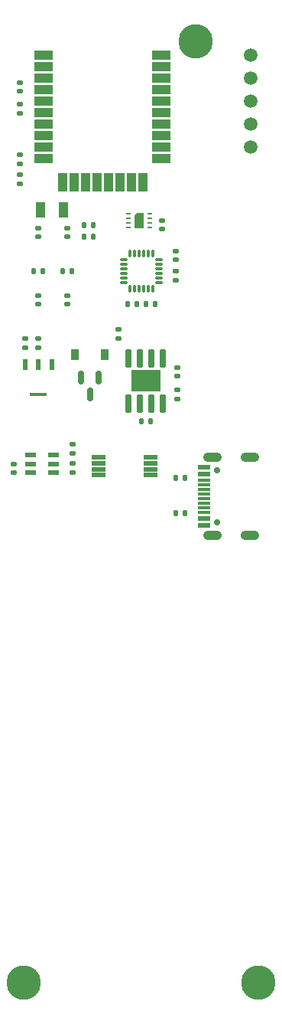
<source format=gts>
G04 #@! TF.GenerationSoftware,KiCad,Pcbnew,(6.0.0-0)*
G04 #@! TF.CreationDate,2022-01-04T22:04:24+01:00*
G04 #@! TF.ProjectId,floaty,666c6f61-7479-42e6-9b69-6361645f7063,0.0.1a*
G04 #@! TF.SameCoordinates,Original*
G04 #@! TF.FileFunction,Soldermask,Top*
G04 #@! TF.FilePolarity,Negative*
%FSLAX46Y46*%
G04 Gerber Fmt 4.6, Leading zero omitted, Abs format (unit mm)*
G04 Created by KiCad (PCBNEW (6.0.0-0)) date 2022-01-04 22:04:24*
%MOMM*%
%LPD*%
G01*
G04 APERTURE LIST*
G04 Aperture macros list*
%AMRoundRect*
0 Rectangle with rounded corners*
0 $1 Rounding radius*
0 $2 $3 $4 $5 $6 $7 $8 $9 X,Y pos of 4 corners*
0 Add a 4 corners polygon primitive as box body*
4,1,4,$2,$3,$4,$5,$6,$7,$8,$9,$2,$3,0*
0 Add four circle primitives for the rounded corners*
1,1,$1+$1,$2,$3*
1,1,$1+$1,$4,$5*
1,1,$1+$1,$6,$7*
1,1,$1+$1,$8,$9*
0 Add four rect primitives between the rounded corners*
20,1,$1+$1,$2,$3,$4,$5,0*
20,1,$1+$1,$4,$5,$6,$7,0*
20,1,$1+$1,$6,$7,$8,$9,0*
20,1,$1+$1,$8,$9,$2,$3,0*%
%AMFreePoly0*
4,1,6,0.500000,-0.850000,-0.500000,-0.850000,-0.500000,0.550000,-0.200000,0.850000,0.500000,0.850000,0.500000,-0.850000,0.500000,-0.850000,$1*%
G04 Aperture macros list end*
%ADD10R,1.000000X1.800000*%
%ADD11RoundRect,0.042000X0.258000X-0.943000X0.258000X0.943000X-0.258000X0.943000X-0.258000X-0.943000X0*%
%ADD12R,3.302000X2.413000*%
%ADD13RoundRect,0.020000X-0.760000X-0.180000X0.760000X-0.180000X0.760000X0.180000X-0.760000X0.180000X0*%
%ADD14C,0.700000*%
%ADD15R,1.450000X0.600000*%
%ADD16R,1.450000X0.300000*%
%ADD17O,2.100000X1.050000*%
%ADD18R,1.200000X0.550000*%
%ADD19R,0.914400X1.219200*%
%ADD20C,3.800000*%
%ADD21RoundRect,0.140000X0.140000X0.170000X-0.140000X0.170000X-0.140000X-0.170000X0.140000X-0.170000X0*%
%ADD22RoundRect,0.140000X0.170000X-0.140000X0.170000X0.140000X-0.170000X0.140000X-0.170000X-0.140000X0*%
%ADD23RoundRect,0.147500X-0.172500X0.147500X-0.172500X-0.147500X0.172500X-0.147500X0.172500X0.147500X0*%
%ADD24RoundRect,0.135000X0.185000X-0.135000X0.185000X0.135000X-0.185000X0.135000X-0.185000X-0.135000X0*%
%ADD25C,1.500000*%
%ADD26RoundRect,0.135000X-0.185000X0.135000X-0.185000X-0.135000X0.185000X-0.135000X0.185000X0.135000X0*%
%ADD27RoundRect,0.140000X-0.170000X0.140000X-0.170000X-0.140000X0.170000X-0.140000X0.170000X0.140000X0*%
%ADD28RoundRect,0.150000X-0.150000X0.587500X-0.150000X-0.587500X0.150000X-0.587500X0.150000X0.587500X0*%
%ADD29R,0.558800X1.193800*%
%ADD30R,1.828800X0.457200*%
%ADD31RoundRect,0.140000X-0.140000X-0.170000X0.140000X-0.170000X0.140000X0.170000X-0.140000X0.170000X0*%
%ADD32R,2.000000X1.000000*%
%ADD33R,1.000000X2.000000*%
%ADD34RoundRect,0.135000X0.135000X0.185000X-0.135000X0.185000X-0.135000X-0.185000X0.135000X-0.185000X0*%
%ADD35RoundRect,0.135000X-0.135000X-0.185000X0.135000X-0.185000X0.135000X0.185000X-0.135000X0.185000X0*%
%ADD36RoundRect,0.075000X-0.350000X-0.075000X0.350000X-0.075000X0.350000X0.075000X-0.350000X0.075000X0*%
%ADD37RoundRect,0.075000X0.075000X-0.350000X0.075000X0.350000X-0.075000X0.350000X-0.075000X-0.350000X0*%
%ADD38RoundRect,0.147500X0.172500X-0.147500X0.172500X0.147500X-0.172500X0.147500X-0.172500X-0.147500X0*%
%ADD39FreePoly0,0.000000*%
%ADD40R,0.550000X0.250000*%
G04 APERTURE END LIST*
D10*
X104374000Y-79560000D03*
X101874000Y-79560000D03*
D11*
X111595000Y-100975000D03*
X112865000Y-100975000D03*
X114135000Y-100975000D03*
X115405000Y-100975000D03*
X115405000Y-96025000D03*
X114135000Y-96025000D03*
X112865000Y-96025000D03*
X111595000Y-96025000D03*
D12*
X113500000Y-98500000D03*
D13*
X108245000Y-106975000D03*
X108245000Y-107625000D03*
X108245000Y-108275000D03*
X108245000Y-108925000D03*
X114005000Y-108925000D03*
X114005000Y-108275000D03*
X114005000Y-107625000D03*
X114005000Y-106975000D03*
D14*
X121402500Y-108362000D03*
X121402500Y-114142000D03*
D15*
X119957500Y-114502000D03*
X119957500Y-113702000D03*
D16*
X119957500Y-112502000D03*
X119957500Y-111502000D03*
X119957500Y-111002000D03*
X119957500Y-110002000D03*
D15*
X119957500Y-108002000D03*
X119957500Y-108802000D03*
D16*
X119957500Y-109502000D03*
X119957500Y-110502000D03*
X119957500Y-112002000D03*
X119957500Y-113002000D03*
D17*
X120872500Y-115572000D03*
X120872500Y-106932000D03*
X125052500Y-115572000D03*
X125052500Y-106932000D03*
D18*
X103300103Y-108614511D03*
X103300103Y-107664511D03*
X103300103Y-106714511D03*
X100700103Y-106714511D03*
X100700103Y-107664511D03*
X100700103Y-108614511D03*
D19*
X108953300Y-95622500D03*
X105676700Y-95622500D03*
D20*
X119000000Y-61000000D03*
X100000000Y-165000000D03*
X126000000Y-165000000D03*
D21*
X112480000Y-90000000D03*
X111520000Y-90000000D03*
D22*
X104775000Y-82580000D03*
X104775000Y-81620000D03*
D23*
X104775000Y-90020000D03*
X104775000Y-89050000D03*
D24*
X110490000Y-92835000D03*
X110490000Y-93855000D03*
D25*
X125100000Y-67540000D03*
D26*
X105410000Y-106555000D03*
X105410000Y-105535000D03*
D25*
X125100000Y-62460000D03*
D27*
X101630000Y-93837500D03*
X101630000Y-94797500D03*
D28*
X108265000Y-98122500D03*
X106365000Y-98122500D03*
X107315000Y-99997500D03*
D24*
X99568000Y-74510000D03*
X99568000Y-73490000D03*
D23*
X101600000Y-90020000D03*
X101600000Y-89050000D03*
D22*
X98900103Y-108624511D03*
X98900103Y-107664511D03*
D29*
X100131400Y-96700600D03*
X101630000Y-96700600D03*
D30*
X101630000Y-100040700D03*
D29*
X103128600Y-96700600D03*
D31*
X113552000Y-90000000D03*
X114512000Y-90000000D03*
D25*
X125100000Y-72620000D03*
X125100000Y-70080000D03*
D32*
X115212000Y-62534000D03*
X115212000Y-63804000D03*
X115212000Y-65074000D03*
X115212000Y-66344000D03*
X115212000Y-67614000D03*
X115212000Y-68884000D03*
X115212000Y-70154000D03*
X115212000Y-71424000D03*
X115212000Y-72694000D03*
X115212000Y-73964000D03*
D33*
X113162000Y-76564000D03*
X111892000Y-76564000D03*
X110622000Y-76564000D03*
X109352000Y-76564000D03*
X108082000Y-76564000D03*
X106812000Y-76564000D03*
X105542000Y-76564000D03*
X104272000Y-76564000D03*
D32*
X102212000Y-73964000D03*
X102212000Y-72694000D03*
X102212000Y-71424000D03*
X102212000Y-70154000D03*
X102212000Y-68884000D03*
X102212000Y-67614000D03*
X102212000Y-66344000D03*
X102212000Y-65074000D03*
X102212000Y-63804000D03*
X102212000Y-62534000D03*
D26*
X99568000Y-67884000D03*
X99568000Y-68904000D03*
D22*
X117000000Y-97020000D03*
X117000000Y-97980000D03*
D34*
X117858000Y-109220000D03*
X116838000Y-109220000D03*
D35*
X107700000Y-81280000D03*
X106680000Y-81280000D03*
D25*
X125100000Y-65000000D03*
D36*
X111050000Y-85110000D03*
X111050000Y-85610000D03*
X111050000Y-86110000D03*
X111050000Y-86610000D03*
X111050000Y-87110000D03*
X111050000Y-87610000D03*
D37*
X111750000Y-88310000D03*
X112250000Y-88310000D03*
X112750000Y-88310000D03*
X113250000Y-88310000D03*
X113750000Y-88310000D03*
X114250000Y-88310000D03*
D36*
X114950000Y-87610000D03*
X114950000Y-87110000D03*
X114950000Y-86610000D03*
X114950000Y-86110000D03*
X114950000Y-85610000D03*
X114950000Y-85110000D03*
D37*
X114250000Y-84410000D03*
X113750000Y-84410000D03*
X113250000Y-84410000D03*
X112750000Y-84410000D03*
X112250000Y-84410000D03*
X111750000Y-84410000D03*
D26*
X105410000Y-108664511D03*
X105410000Y-107644511D03*
D27*
X100130000Y-94797500D03*
X100130000Y-93837500D03*
D34*
X107700000Y-82550000D03*
X106680000Y-82550000D03*
X102110000Y-86360000D03*
X101090000Y-86360000D03*
X116838000Y-113157000D03*
X117858000Y-113157000D03*
D22*
X101600000Y-82580000D03*
X101600000Y-81620000D03*
D24*
X99568000Y-76710000D03*
X99568000Y-75690000D03*
D35*
X112990000Y-103000000D03*
X114010000Y-103000000D03*
D22*
X116840000Y-85090000D03*
X116840000Y-84130000D03*
X116840000Y-87348000D03*
X116840000Y-86388000D03*
D38*
X99568000Y-66494000D03*
X99568000Y-65524000D03*
D27*
X117000000Y-99520000D03*
X117000000Y-100480000D03*
D34*
X104265000Y-86360000D03*
X105285000Y-86360000D03*
D22*
X115316000Y-81732000D03*
X115316000Y-80772000D03*
D39*
X112776000Y-80772000D03*
D40*
X113951000Y-80022000D03*
X113951000Y-80522000D03*
X113951000Y-81022000D03*
X113951000Y-81522000D03*
X111601000Y-81522000D03*
X111601000Y-81022000D03*
X111601000Y-80522000D03*
X111601000Y-80022000D03*
M02*

</source>
